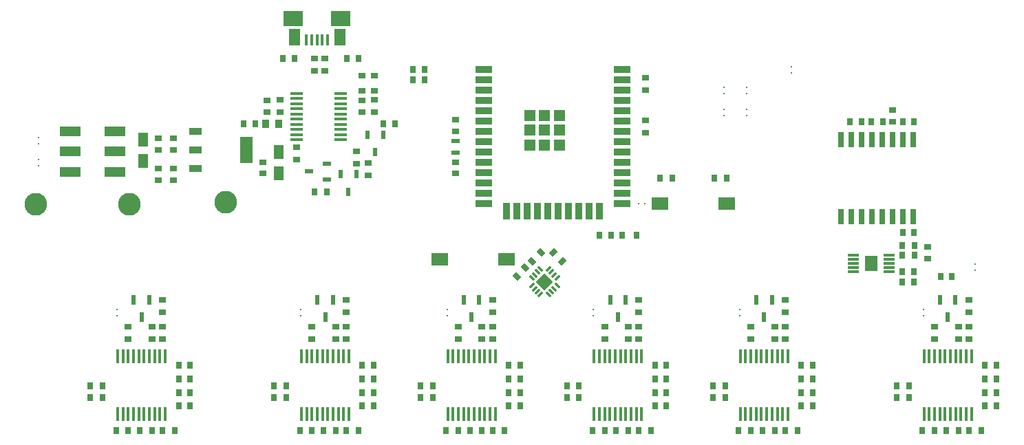
<source format=gtp>
G04*
G04 #@! TF.GenerationSoftware,Altium Limited,Altium Designer,19.0.10 (269)*
G04*
G04 Layer_Color=8421504*
%FSLAX25Y25*%
%MOIN*%
G70*
G01*
G75*
%ADD21C,0.11000*%
%ADD22R,0.03543X0.03150*%
%ADD23R,0.03150X0.03543*%
%ADD24R,0.02559X0.07677*%
%ADD25R,0.02756X0.03543*%
%ADD26R,0.07874X0.05906*%
%ADD27R,0.06181X0.07402*%
%ADD28R,0.05512X0.01181*%
%ADD29C,0.01181*%
%ADD30R,0.03543X0.02756*%
%ADD31R,0.04331X0.02362*%
%ADD32R,0.05118X0.07087*%
%ADD33R,0.02756X0.03740*%
%ADD34R,0.03740X0.02756*%
%ADD35R,0.03347X0.03937*%
G04:AMPARAMS|DCode=36|XSize=35.43mil|YSize=27.56mil|CornerRadius=0mil|HoleSize=0mil|Usage=FLASHONLY|Rotation=135.000|XOffset=0mil|YOffset=0mil|HoleType=Round|Shape=Rectangle|*
%AMROTATEDRECTD36*
4,1,4,0.02227,-0.00278,0.00278,-0.02227,-0.02227,0.00278,-0.00278,0.02227,0.02227,-0.00278,0.0*
%
%ADD36ROTATEDRECTD36*%

G04:AMPARAMS|DCode=37|XSize=31.5mil|YSize=11.81mil|CornerRadius=0mil|HoleSize=0mil|Usage=FLASHONLY|Rotation=225.000|XOffset=0mil|YOffset=0mil|HoleType=Round|Shape=Rectangle|*
%AMROTATEDRECTD37*
4,1,4,0.00696,0.01531,0.01531,0.00696,-0.00696,-0.01531,-0.01531,-0.00696,0.00696,0.01531,0.0*
%
%ADD37ROTATEDRECTD37*%

G04:AMPARAMS|DCode=38|XSize=31.5mil|YSize=11.81mil|CornerRadius=0mil|HoleSize=0mil|Usage=FLASHONLY|Rotation=315.000|XOffset=0mil|YOffset=0mil|HoleType=Round|Shape=Rectangle|*
%AMROTATEDRECTD38*
4,1,4,-0.01531,0.00696,-0.00696,0.01531,0.01531,-0.00696,0.00696,-0.01531,-0.01531,0.00696,0.0*
%
%ADD38ROTATEDRECTD38*%

%ADD39P,0.08352X4X360.0*%
%ADD40R,0.04134X0.02362*%
%ADD41R,0.02362X0.04134*%
%ADD42R,0.01772X0.05433*%
%ADD43R,0.05807X0.08268*%
%ADD44R,0.09350X0.07480*%
%ADD45R,0.06008X0.01713*%
%ADD46R,0.09843X0.04724*%
%ADD47R,0.07874X0.03543*%
%ADD48R,0.03543X0.07874*%
%ADD49R,0.05236X0.05236*%
%ADD50R,0.02362X0.05118*%
%ADD51R,0.01772X0.07087*%
G04:AMPARAMS|DCode=52|XSize=35.43mil|YSize=27.56mil|CornerRadius=0mil|HoleSize=0mil|Usage=FLASHONLY|Rotation=225.000|XOffset=0mil|YOffset=0mil|HoleType=Round|Shape=Rectangle|*
%AMROTATEDRECTD52*
4,1,4,0.00278,0.02227,0.02227,0.00278,-0.00278,-0.02227,-0.02227,-0.00278,0.00278,0.02227,0.0*
%
%ADD52ROTATEDRECTD52*%

%ADD53R,0.06496X0.03740*%
%ADD54R,0.06496X0.12795*%
D21*
X-201000Y68500D02*
D03*
X-154500Y69500D02*
D03*
X-246500Y68500D02*
D03*
D22*
X185500Y47756D02*
D03*
Y42244D02*
D03*
X168500Y108500D02*
D03*
Y114012D02*
D03*
X-43000Y109370D02*
D03*
Y103858D02*
D03*
X-43000Y83346D02*
D03*
Y88858D02*
D03*
X-136500Y88894D02*
D03*
Y83382D02*
D03*
X-134500Y113244D02*
D03*
Y118756D02*
D03*
X-187248Y80177D02*
D03*
Y85689D02*
D03*
X-179915Y80177D02*
D03*
Y85689D02*
D03*
X-179797Y100256D02*
D03*
Y94744D02*
D03*
X-187130Y100256D02*
D03*
Y94744D02*
D03*
D23*
X197256Y33412D02*
D03*
X191744D02*
D03*
X173500Y108500D02*
D03*
X179012D02*
D03*
X163756D02*
D03*
X158244D02*
D03*
X153500D02*
D03*
X147988D02*
D03*
X173468Y54630D02*
D03*
X178979D02*
D03*
X-58268Y133858D02*
D03*
X-63779D02*
D03*
X-140244Y107500D02*
D03*
X-145756D02*
D03*
X-126772Y139000D02*
D03*
X-121260D02*
D03*
X-90244D02*
D03*
X-95756D02*
D03*
X124279Y-9642D02*
D03*
X129791D02*
D03*
X124279Y-16203D02*
D03*
X129791D02*
D03*
X124279Y-22765D02*
D03*
X129791D02*
D03*
X124279Y-29327D02*
D03*
X129791D02*
D03*
X-17453D02*
D03*
X-11941D02*
D03*
X-17453Y-22765D02*
D03*
X-11941D02*
D03*
X-17453Y-16203D02*
D03*
X-11941D02*
D03*
X-17453Y-9642D02*
D03*
X-11941D02*
D03*
X53413D02*
D03*
X58925D02*
D03*
X53413Y-16203D02*
D03*
X58925D02*
D03*
X53413Y-22765D02*
D03*
X58925D02*
D03*
X53413Y-29327D02*
D03*
X58925D02*
D03*
X-88319D02*
D03*
X-82807D02*
D03*
X-88319Y-22765D02*
D03*
X-82807D02*
D03*
X-88319Y-16203D02*
D03*
X-82807D02*
D03*
X-88319Y-9642D02*
D03*
X-82807D02*
D03*
X213256Y-9642D02*
D03*
X218768D02*
D03*
X213256Y-16203D02*
D03*
X218768D02*
D03*
X213256Y-22765D02*
D03*
X218768D02*
D03*
X213256Y-29327D02*
D03*
X218768D02*
D03*
X-177295Y-29327D02*
D03*
X-171783D02*
D03*
X-177295Y-16203D02*
D03*
X-171783D02*
D03*
X-177295Y-22765D02*
D03*
X-171783D02*
D03*
X-177295Y-9642D02*
D03*
X-171783D02*
D03*
D24*
X178500Y99705D02*
D03*
X173500D02*
D03*
X168500D02*
D03*
X163500D02*
D03*
X158500D02*
D03*
X153500D02*
D03*
X148500D02*
D03*
X143500D02*
D03*
Y62500D02*
D03*
X148500D02*
D03*
X153500D02*
D03*
X158500D02*
D03*
X163500D02*
D03*
X168500D02*
D03*
X173500D02*
D03*
X178500D02*
D03*
D25*
X173271Y43640D02*
D03*
X179176D02*
D03*
X173047Y35766D02*
D03*
X178953D02*
D03*
X173271Y48500D02*
D03*
X179176D02*
D03*
X178953Y30796D02*
D03*
X173047D02*
D03*
X-58071Y128858D02*
D03*
X-63976D02*
D03*
X61764Y81000D02*
D03*
X55858D02*
D03*
X88142D02*
D03*
X82236D02*
D03*
X32342Y53500D02*
D03*
X26437D02*
D03*
X-78260Y107500D02*
D03*
X-72354D02*
D03*
X-111406Y74500D02*
D03*
X-105500D02*
D03*
X29035Y-41339D02*
D03*
X23130D02*
D03*
X10717Y-19484D02*
D03*
X16622D02*
D03*
X16622Y-25390D02*
D03*
X10717D02*
D03*
X34618Y-41339D02*
D03*
X40524D02*
D03*
X51524Y-41339D02*
D03*
X45618D02*
D03*
X-60150Y-19484D02*
D03*
X-54244D02*
D03*
X-41831Y-41339D02*
D03*
X-47736D02*
D03*
X-54244Y-25390D02*
D03*
X-60150D02*
D03*
X-19342Y-41339D02*
D03*
X-25248D02*
D03*
X-36248Y-41339D02*
D03*
X-30343D02*
D03*
X-131016Y-19484D02*
D03*
X-125110D02*
D03*
X-125110Y-25390D02*
D03*
X-131016D02*
D03*
X81583Y-19484D02*
D03*
X87488D02*
D03*
X87488Y-25390D02*
D03*
X81583D02*
D03*
X99902Y-41339D02*
D03*
X93996D02*
D03*
X105484Y-41339D02*
D03*
X111390D02*
D03*
X122390Y-41339D02*
D03*
X116484D02*
D03*
X-90209D02*
D03*
X-96114D02*
D03*
X-107114Y-41339D02*
D03*
X-101209D02*
D03*
X-112697Y-41339D02*
D03*
X-118602D02*
D03*
X211366D02*
D03*
X205461D02*
D03*
X170559Y-19484D02*
D03*
X176465D02*
D03*
X176465Y-25390D02*
D03*
X170559D02*
D03*
X188878Y-41339D02*
D03*
X182973D02*
D03*
X194461Y-41339D02*
D03*
X200366D02*
D03*
X-219992Y-19484D02*
D03*
X-214087D02*
D03*
X-214087Y-25390D02*
D03*
X-219992D02*
D03*
X-201673Y-41339D02*
D03*
X-207579D02*
D03*
X-179185D02*
D03*
X-185091D02*
D03*
X-196091Y-41339D02*
D03*
X-190185D02*
D03*
D26*
X-18563Y41677D02*
D03*
X-50846D02*
D03*
X88142Y68858D02*
D03*
X55858D02*
D03*
D27*
X158339Y39703D02*
D03*
D28*
X149677Y35766D02*
D03*
Y37734D02*
D03*
Y39703D02*
D03*
Y41671D02*
D03*
Y43640D02*
D03*
X167000D02*
D03*
Y41671D02*
D03*
Y39703D02*
D03*
Y37734D02*
D03*
Y35766D02*
D03*
D29*
X208500Y36500D02*
D03*
Y39500D02*
D03*
X-245000Y90000D02*
D03*
Y87000D02*
D03*
Y97870D02*
D03*
Y100870D02*
D03*
X119500Y135000D02*
D03*
Y132000D02*
D03*
X97823Y114379D02*
D03*
Y111379D02*
D03*
Y125000D02*
D03*
Y122000D02*
D03*
X86988Y125000D02*
D03*
Y122000D02*
D03*
X87000Y114500D02*
D03*
Y111500D02*
D03*
X45570Y68858D02*
D03*
X48570D02*
D03*
X23669Y14449D02*
D03*
Y17449D02*
D03*
X-47197Y14449D02*
D03*
Y17449D02*
D03*
X94535Y14449D02*
D03*
Y17449D02*
D03*
X-118063Y14449D02*
D03*
Y17449D02*
D03*
X-207039Y14449D02*
D03*
Y17449D02*
D03*
X183512D02*
D03*
Y14449D02*
D03*
D30*
X49000Y108953D02*
D03*
Y103047D02*
D03*
Y123858D02*
D03*
Y129764D02*
D03*
X-82500Y113047D02*
D03*
Y118953D02*
D03*
X-88500Y113000D02*
D03*
Y118905D02*
D03*
X-120177Y95953D02*
D03*
Y90047D02*
D03*
X-85500Y82547D02*
D03*
Y88453D02*
D03*
X-91260Y93953D02*
D03*
Y88047D02*
D03*
X-128000Y118953D02*
D03*
Y113047D02*
D03*
X-111634Y139000D02*
D03*
Y133095D02*
D03*
X-106516Y139000D02*
D03*
Y133095D02*
D03*
X-25197Y22051D02*
D03*
Y16146D02*
D03*
X99902Y3153D02*
D03*
Y9059D02*
D03*
X29035Y3153D02*
D03*
Y9059D02*
D03*
X45669Y22051D02*
D03*
Y16146D02*
D03*
X-96114Y22051D02*
D03*
Y16146D02*
D03*
X40524Y9059D02*
D03*
Y3153D02*
D03*
X45618Y9059D02*
D03*
Y3153D02*
D03*
X-41831Y3153D02*
D03*
Y9059D02*
D03*
X-30343Y9059D02*
D03*
Y3153D02*
D03*
X-25248Y9059D02*
D03*
Y3153D02*
D03*
X-112697Y3153D02*
D03*
Y9059D02*
D03*
X116535Y22051D02*
D03*
Y16146D02*
D03*
X116484Y9059D02*
D03*
Y3153D02*
D03*
X111390Y9059D02*
D03*
Y3153D02*
D03*
X-96114Y9059D02*
D03*
Y3153D02*
D03*
X-101209Y9059D02*
D03*
Y3153D02*
D03*
X205512Y22051D02*
D03*
Y16146D02*
D03*
X205461Y9059D02*
D03*
Y3153D02*
D03*
X200366Y9059D02*
D03*
Y3153D02*
D03*
X188878Y3153D02*
D03*
Y9059D02*
D03*
X-185039Y22051D02*
D03*
Y16146D02*
D03*
X-201673Y3153D02*
D03*
Y9059D02*
D03*
X-185091Y9059D02*
D03*
Y3153D02*
D03*
X-190185Y9059D02*
D03*
Y3153D02*
D03*
D31*
X-43000Y93494D02*
D03*
Y99006D02*
D03*
D32*
X-128850Y83382D02*
D03*
Y93618D02*
D03*
X-194500Y89382D02*
D03*
Y99618D02*
D03*
D33*
X44488Y53500D02*
D03*
X37402D02*
D03*
D34*
X-88500Y130587D02*
D03*
Y123500D02*
D03*
X-82500Y130587D02*
D03*
Y123500D02*
D03*
D35*
X-135150Y107500D02*
D03*
X-128850D02*
D03*
D36*
X-1912Y45088D02*
D03*
X-6088Y40912D02*
D03*
X-13588Y33412D02*
D03*
X-9412Y37588D02*
D03*
D37*
X6073Y32824D02*
D03*
X4681Y34216D02*
D03*
X3289Y35608D02*
D03*
X1897Y37000D02*
D03*
X-6176Y28927D02*
D03*
X-4784Y27535D02*
D03*
X-3392Y26143D02*
D03*
X-2000Y24751D02*
D03*
D38*
Y37000D02*
D03*
X-3392Y35608D02*
D03*
X-4784Y34216D02*
D03*
X-6176Y32824D02*
D03*
X1897Y24751D02*
D03*
X3289Y26143D02*
D03*
X4681Y27535D02*
D03*
X6073Y28927D02*
D03*
D39*
X-51Y30876D02*
D03*
D40*
X-105500Y80520D02*
D03*
Y88000D02*
D03*
X-114161Y84260D02*
D03*
D41*
X-91260Y83161D02*
D03*
X-98740D02*
D03*
X-95000Y74500D02*
D03*
X-78260Y102252D02*
D03*
X-85740D02*
D03*
X-82000Y93590D02*
D03*
D42*
X-105118Y148028D02*
D03*
X-107677D02*
D03*
X-110236D02*
D03*
X-112795D02*
D03*
X-115354D02*
D03*
D43*
X-121260Y149445D02*
D03*
X-99213D02*
D03*
D44*
X-98770Y158500D02*
D03*
X-121703D02*
D03*
D45*
X-98823Y99748D02*
D03*
Y102252D02*
D03*
Y104748D02*
D03*
Y107252D02*
D03*
Y109748D02*
D03*
Y112252D02*
D03*
Y114748D02*
D03*
Y117252D02*
D03*
Y119748D02*
D03*
Y122252D02*
D03*
X-120177D02*
D03*
Y119748D02*
D03*
Y117252D02*
D03*
Y114748D02*
D03*
Y112252D02*
D03*
Y109748D02*
D03*
Y107252D02*
D03*
Y104748D02*
D03*
Y102252D02*
D03*
Y99748D02*
D03*
D46*
X-208173Y103842D02*
D03*
Y94000D02*
D03*
Y84158D02*
D03*
X-229827D02*
D03*
Y94000D02*
D03*
Y103842D02*
D03*
D47*
X-29528Y133858D02*
D03*
Y128858D02*
D03*
Y123858D02*
D03*
Y118858D02*
D03*
Y113858D02*
D03*
Y108858D02*
D03*
Y103858D02*
D03*
Y98858D02*
D03*
Y93858D02*
D03*
Y88858D02*
D03*
Y83858D02*
D03*
Y78858D02*
D03*
Y73858D02*
D03*
Y68858D02*
D03*
X37402D02*
D03*
Y73858D02*
D03*
Y78858D02*
D03*
Y83858D02*
D03*
Y88858D02*
D03*
Y93858D02*
D03*
Y98858D02*
D03*
Y103858D02*
D03*
Y108858D02*
D03*
Y113858D02*
D03*
Y118858D02*
D03*
Y123858D02*
D03*
Y128858D02*
D03*
Y133858D02*
D03*
D48*
X-18563Y64921D02*
D03*
X-13563D02*
D03*
X-8563D02*
D03*
X-3563D02*
D03*
X1437D02*
D03*
X6437D02*
D03*
X11437D02*
D03*
X16437D02*
D03*
X21437D02*
D03*
X26437D02*
D03*
D49*
X-7224Y111555D02*
D03*
X0D02*
D03*
X7224D02*
D03*
X-7224Y104331D02*
D03*
X0D02*
D03*
X7224D02*
D03*
X-7224Y97106D02*
D03*
X0D02*
D03*
X7224D02*
D03*
D50*
X35433Y13783D02*
D03*
X31693Y22051D02*
D03*
X39173D02*
D03*
X-35433Y13783D02*
D03*
X-39173Y22051D02*
D03*
X-31693D02*
D03*
X106299Y13783D02*
D03*
X102559Y22051D02*
D03*
X110039D02*
D03*
X-106299Y13783D02*
D03*
X-110039Y22051D02*
D03*
X-102559D02*
D03*
X-195276Y13783D02*
D03*
X-199016Y22051D02*
D03*
X-191535D02*
D03*
X199016D02*
D03*
X191535D02*
D03*
X195276Y13783D02*
D03*
D51*
X46949Y-5413D02*
D03*
X44390D02*
D03*
X41831D02*
D03*
X39272D02*
D03*
X36713D02*
D03*
X34154D02*
D03*
X31594D02*
D03*
X29035D02*
D03*
X26476D02*
D03*
X23917D02*
D03*
Y-33366D02*
D03*
X26476D02*
D03*
X29035D02*
D03*
X31594D02*
D03*
X34154D02*
D03*
X36713D02*
D03*
X39272D02*
D03*
X41831D02*
D03*
X44390D02*
D03*
X46949D02*
D03*
X-23917Y-5413D02*
D03*
X-26476D02*
D03*
X-29035D02*
D03*
X-31594D02*
D03*
X-34154D02*
D03*
X-36713D02*
D03*
X-39272D02*
D03*
X-41831D02*
D03*
X-44390D02*
D03*
X-46949D02*
D03*
Y-33366D02*
D03*
X-44390D02*
D03*
X-41831D02*
D03*
X-39272D02*
D03*
X-36713D02*
D03*
X-34154D02*
D03*
X-31594D02*
D03*
X-29035D02*
D03*
X-26476D02*
D03*
X-23917D02*
D03*
X117815Y-5413D02*
D03*
X115256D02*
D03*
X112697D02*
D03*
X110138D02*
D03*
X107579D02*
D03*
X105020D02*
D03*
X102461D02*
D03*
X99902D02*
D03*
X97342D02*
D03*
X94784D02*
D03*
Y-33366D02*
D03*
X97342D02*
D03*
X99902D02*
D03*
X102461D02*
D03*
X105020D02*
D03*
X107579D02*
D03*
X110138D02*
D03*
X112697D02*
D03*
X115256D02*
D03*
X117815D02*
D03*
X-94784Y-5413D02*
D03*
X-97342D02*
D03*
X-99902D02*
D03*
X-102461D02*
D03*
X-105020D02*
D03*
X-107579D02*
D03*
X-110138D02*
D03*
X-112697D02*
D03*
X-115256D02*
D03*
X-117815D02*
D03*
Y-33366D02*
D03*
X-115256D02*
D03*
X-112697D02*
D03*
X-110138D02*
D03*
X-107579D02*
D03*
X-105020D02*
D03*
X-102461D02*
D03*
X-99902D02*
D03*
X-97342D02*
D03*
X-94784D02*
D03*
X-183760Y-5413D02*
D03*
X-186319D02*
D03*
X-188878D02*
D03*
X-191437D02*
D03*
X-193996D02*
D03*
X-196555D02*
D03*
X-199114D02*
D03*
X-201673D02*
D03*
X-204232D02*
D03*
X-206791D02*
D03*
Y-33366D02*
D03*
X-204232D02*
D03*
X-201673D02*
D03*
X-199114D02*
D03*
X-196555D02*
D03*
X-193996D02*
D03*
X-191437D02*
D03*
X-188878D02*
D03*
X-186319D02*
D03*
X-183760D02*
D03*
X206791D02*
D03*
X204232D02*
D03*
X201673D02*
D03*
X199114D02*
D03*
X196555D02*
D03*
X193996D02*
D03*
X191437D02*
D03*
X188878D02*
D03*
X186319D02*
D03*
X183760D02*
D03*
Y-5413D02*
D03*
X186319D02*
D03*
X188878D02*
D03*
X191437D02*
D03*
X193996D02*
D03*
X196555D02*
D03*
X199114D02*
D03*
X201673D02*
D03*
X204232D02*
D03*
X206791D02*
D03*
D52*
X8525Y40912D02*
D03*
X4349Y45088D02*
D03*
D53*
X-169158Y103799D02*
D03*
Y94744D02*
D03*
Y85689D02*
D03*
D54*
X-144354Y94744D02*
D03*
M02*

</source>
